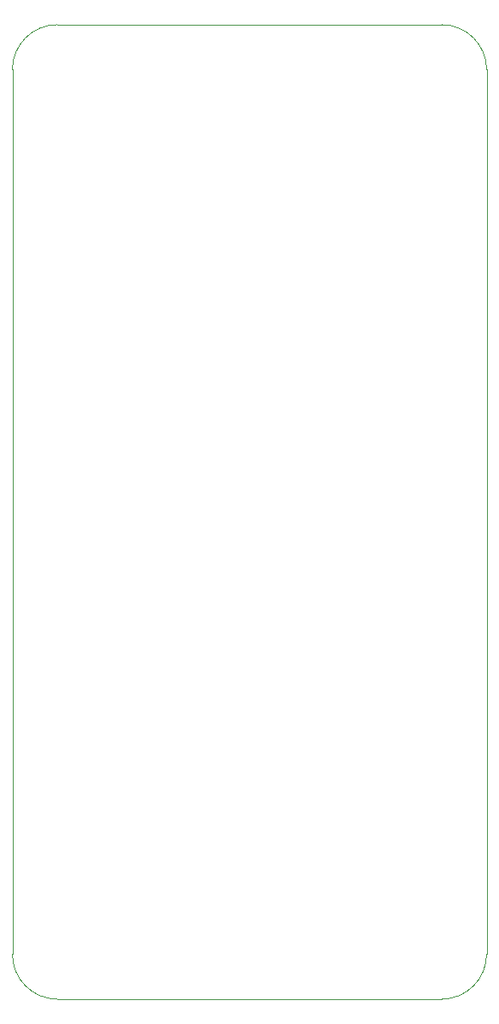
<source format=gm1>
%TF.GenerationSoftware,KiCad,Pcbnew,9.0.7-9.0.7~ubuntu24.04.1*%
%TF.CreationDate,2026-01-16T07:27:37+02:00*%
%TF.ProjectId,HCP65 Wide Analyser,48435036-3520-4576-9964-6520416e616c,V0*%
%TF.SameCoordinates,Original*%
%TF.FileFunction,Profile,NP*%
%FSLAX46Y46*%
G04 Gerber Fmt 4.6, Leading zero omitted, Abs format (unit mm)*
G04 Created by KiCad (PCBNEW 9.0.7-9.0.7~ubuntu24.04.1) date 2026-01-16 07:27:37*
%MOMM*%
%LPD*%
G01*
G04 APERTURE LIST*
%TA.AperFunction,Profile*%
%ADD10C,0.100000*%
%TD*%
G04 APERTURE END LIST*
D10*
X-5715000Y8890000D02*
X32385000Y8890000D01*
X-5715000Y-87630000D02*
G75*
G02*
X-10160000Y-83185000I-1J4444999D01*
G01*
X36830000Y4445000D02*
X36830000Y-83185000D01*
X32385000Y8890000D02*
G75*
G02*
X36830000Y4445000I0J-4445000D01*
G01*
X-10160000Y-83185001D02*
X-10160000Y4445000D01*
X32385000Y-87630000D02*
X-5715000Y-87630000D01*
X-10160000Y4445000D02*
G75*
G02*
X-5715000Y8890000I4444999J1D01*
G01*
X36830000Y-83185000D02*
G75*
G02*
X32385000Y-87630000I-4445000J0D01*
G01*
M02*

</source>
